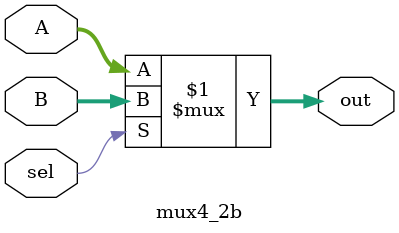
<source format=sv>
`timescale 1ns / 1ps


module mux4_2b(
    input [3:0] A,
    input [3:0] B,
    input sel,
    output [3:0] out
    );
    
    assign out = sel ? B : A ;
endmodule

</source>
